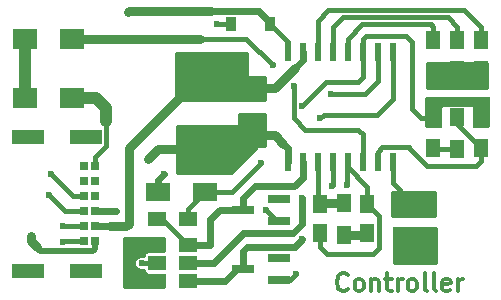
<source format=gtl>
G04 #@! TF.FileFunction,Copper,L1,Top,Mixed*
%FSLAX46Y46*%
G04 Gerber Fmt 4.6, Leading zero omitted, Abs format (unit mm)*
G04 Created by KiCad (PCBNEW 4.0.7) date 06/29/18 00:15:07*
%MOMM*%
%LPD*%
G01*
G04 APERTURE LIST*
%ADD10C,0.100000*%
%ADD11C,0.300000*%
%ADD12R,1.250000X1.500000*%
%ADD13R,0.600000X1.500000*%
%ADD14R,1.600000X2.000000*%
%ADD15R,2.000000X1.600000*%
%ADD16R,2.500000X4.000000*%
%ADD17R,1.900000X0.800000*%
%ADD18R,0.900000X1.200000*%
%ADD19R,0.800000X0.800000*%
%ADD20R,2.700000X1.200000*%
%ADD21R,1.500000X1.300000*%
%ADD22R,2.000000X1.700000*%
%ADD23R,1.300000X1.500000*%
%ADD24C,0.600000*%
%ADD25C,0.400000*%
%ADD26C,0.600000*%
%ADD27C,0.800000*%
%ADD28C,1.000000*%
%ADD29C,0.500000*%
%ADD30C,0.254000*%
%ADD31C,0.050000*%
G04 APERTURE END LIST*
D10*
D11*
X177842858Y-94735714D02*
X177771429Y-94807143D01*
X177557143Y-94878571D01*
X177414286Y-94878571D01*
X177200001Y-94807143D01*
X177057143Y-94664286D01*
X176985715Y-94521429D01*
X176914286Y-94235714D01*
X176914286Y-94021429D01*
X176985715Y-93735714D01*
X177057143Y-93592857D01*
X177200001Y-93450000D01*
X177414286Y-93378571D01*
X177557143Y-93378571D01*
X177771429Y-93450000D01*
X177842858Y-93521429D01*
X178700001Y-94878571D02*
X178557143Y-94807143D01*
X178485715Y-94735714D01*
X178414286Y-94592857D01*
X178414286Y-94164286D01*
X178485715Y-94021429D01*
X178557143Y-93950000D01*
X178700001Y-93878571D01*
X178914286Y-93878571D01*
X179057143Y-93950000D01*
X179128572Y-94021429D01*
X179200001Y-94164286D01*
X179200001Y-94592857D01*
X179128572Y-94735714D01*
X179057143Y-94807143D01*
X178914286Y-94878571D01*
X178700001Y-94878571D01*
X179842858Y-93878571D02*
X179842858Y-94878571D01*
X179842858Y-94021429D02*
X179914286Y-93950000D01*
X180057144Y-93878571D01*
X180271429Y-93878571D01*
X180414286Y-93950000D01*
X180485715Y-94092857D01*
X180485715Y-94878571D01*
X180985715Y-93878571D02*
X181557144Y-93878571D01*
X181200001Y-93378571D02*
X181200001Y-94664286D01*
X181271429Y-94807143D01*
X181414287Y-94878571D01*
X181557144Y-94878571D01*
X182057144Y-94878571D02*
X182057144Y-93878571D01*
X182057144Y-94164286D02*
X182128572Y-94021429D01*
X182200001Y-93950000D01*
X182342858Y-93878571D01*
X182485715Y-93878571D01*
X183200001Y-94878571D02*
X183057143Y-94807143D01*
X182985715Y-94735714D01*
X182914286Y-94592857D01*
X182914286Y-94164286D01*
X182985715Y-94021429D01*
X183057143Y-93950000D01*
X183200001Y-93878571D01*
X183414286Y-93878571D01*
X183557143Y-93950000D01*
X183628572Y-94021429D01*
X183700001Y-94164286D01*
X183700001Y-94592857D01*
X183628572Y-94735714D01*
X183557143Y-94807143D01*
X183414286Y-94878571D01*
X183200001Y-94878571D01*
X184557144Y-94878571D02*
X184414286Y-94807143D01*
X184342858Y-94664286D01*
X184342858Y-93378571D01*
X185342858Y-94878571D02*
X185200000Y-94807143D01*
X185128572Y-94664286D01*
X185128572Y-93378571D01*
X186485714Y-94807143D02*
X186342857Y-94878571D01*
X186057143Y-94878571D01*
X185914286Y-94807143D01*
X185842857Y-94664286D01*
X185842857Y-94092857D01*
X185914286Y-93950000D01*
X186057143Y-93878571D01*
X186342857Y-93878571D01*
X186485714Y-93950000D01*
X186557143Y-94092857D01*
X186557143Y-94235714D01*
X185842857Y-94378571D01*
X187200000Y-94878571D02*
X187200000Y-93878571D01*
X187200000Y-94164286D02*
X187271428Y-94021429D01*
X187342857Y-93950000D01*
X187485714Y-93878571D01*
X187628571Y-93878571D01*
D12*
X189100000Y-76150000D03*
X189100000Y-73650000D03*
D13*
X172755000Y-83950000D03*
X174025000Y-83950000D03*
X175295000Y-83950000D03*
X176565000Y-83950000D03*
X177835000Y-83950000D03*
X179105000Y-83950000D03*
X180375000Y-83950000D03*
X181645000Y-83950000D03*
X181645000Y-74650000D03*
X180375000Y-74650000D03*
X179105000Y-74650000D03*
X177835000Y-74650000D03*
X176565000Y-74650000D03*
X175295000Y-74650000D03*
X174025000Y-74650000D03*
X172755000Y-74650000D03*
D14*
X184512000Y-87528000D03*
X184512000Y-91528000D03*
D12*
X179500000Y-90000000D03*
X179500000Y-87500000D03*
X175500000Y-87500000D03*
X175500000Y-90000000D03*
X189100000Y-82750000D03*
X189100000Y-80250000D03*
X185100000Y-82750000D03*
X185100000Y-80250000D03*
D15*
X165750000Y-86500000D03*
X161750000Y-86500000D03*
D12*
X187100000Y-76150000D03*
X187100000Y-73650000D03*
D14*
X170200000Y-77700000D03*
X170200000Y-81700000D03*
D16*
X164600000Y-76754000D03*
X164600000Y-82854000D03*
D17*
X172000000Y-93950000D03*
X172000000Y-92050000D03*
X169000000Y-93000000D03*
X172000000Y-88950000D03*
X172000000Y-87050000D03*
X169000000Y-88000000D03*
D18*
X171250000Y-72300000D03*
X167950000Y-72300000D03*
D19*
X156480000Y-90678100D03*
X156480000Y-89408100D03*
X156480000Y-88138100D03*
X156480000Y-86868100D03*
X156480000Y-85598100D03*
X156480000Y-84328100D03*
X155500000Y-84328100D03*
X155500000Y-85598100D03*
X155500000Y-86868100D03*
X155500000Y-88138100D03*
X155500000Y-89408100D03*
X155500000Y-90678100D03*
D20*
X150760000Y-81818100D03*
X155660000Y-81818100D03*
X155660000Y-93181900D03*
X150760000Y-93181900D03*
D21*
X164350000Y-94000000D03*
X161650000Y-94000000D03*
D22*
X150500000Y-78500000D03*
X154500000Y-78500000D03*
X154500000Y-73500000D03*
X150500000Y-73500000D03*
D23*
X182226000Y-87543000D03*
X182226000Y-90243000D03*
X177500000Y-90100000D03*
X177500000Y-87400000D03*
D21*
X164350000Y-92500000D03*
X161650000Y-92500000D03*
D23*
X187100000Y-82850000D03*
X187100000Y-80150000D03*
D21*
X161650000Y-91000000D03*
X164350000Y-91000000D03*
X161650000Y-88800000D03*
X164350000Y-88800000D03*
D23*
X185100000Y-73650000D03*
X185100000Y-76350000D03*
D24*
X186200000Y-77400000D03*
X187800000Y-77400000D03*
X169000000Y-80250000D03*
X169750000Y-80250000D03*
X173500000Y-93400000D03*
X170900000Y-88000000D03*
X187000000Y-77400000D03*
X182600000Y-91800000D03*
X170500000Y-80250000D03*
X160954634Y-83654960D03*
X162250000Y-85000000D03*
X166750000Y-72250000D03*
X158181933Y-88085711D03*
X177800000Y-85900000D03*
X174000000Y-90500000D03*
X152750000Y-85000000D03*
X174000000Y-79200000D03*
X170500000Y-84000000D03*
X175500000Y-80250000D03*
X151000000Y-90250000D03*
X159250000Y-71250000D03*
X152527032Y-86750000D03*
X176400000Y-78200000D03*
X160200000Y-91000000D03*
X153727402Y-89387123D03*
X153700000Y-90700000D03*
X160400000Y-92500000D03*
X173250000Y-77500000D03*
X171500000Y-75750000D03*
X176500000Y-86000000D03*
X174000000Y-87000000D03*
D25*
X182226000Y-86326000D02*
X181645000Y-85745000D01*
X181645000Y-85745000D02*
X181645000Y-83950000D01*
X182226000Y-87543000D02*
X182226000Y-86326000D01*
X184512000Y-87528000D02*
X182241000Y-87528000D01*
X182241000Y-87528000D02*
X182226000Y-87543000D01*
X172000000Y-93950000D02*
X172950000Y-93950000D01*
X172950000Y-93950000D02*
X173500000Y-93400000D01*
X172000000Y-88950000D02*
X171850000Y-88950000D01*
X171850000Y-88950000D02*
X170900000Y-88000000D01*
D26*
X172355000Y-82400000D02*
X172755000Y-82800000D01*
D27*
X171655000Y-81700000D02*
X172355000Y-82400000D01*
X170200000Y-81700000D02*
X171655000Y-81700000D01*
D26*
X187100000Y-77300000D02*
X187000000Y-77400000D01*
X187100000Y-76150000D02*
X187100000Y-77300000D01*
X187245235Y-76295235D02*
X187245235Y-76791343D01*
D28*
X182226000Y-90243000D02*
X182226000Y-91426000D01*
X182226000Y-91426000D02*
X182600000Y-91800000D01*
D25*
X170200000Y-81700000D02*
X170200000Y-80550000D01*
X170200000Y-80550000D02*
X170500000Y-80250000D01*
D26*
X172755000Y-83950000D02*
X172755000Y-82800000D01*
D27*
X161254633Y-83354961D02*
X160954634Y-83654960D01*
X161755594Y-82854000D02*
X161254633Y-83354961D01*
X164600000Y-82854000D02*
X161755594Y-82854000D01*
D26*
X161750000Y-86500000D02*
X161750000Y-85500000D01*
X161750000Y-85500000D02*
X162250000Y-85000000D01*
D25*
X184512000Y-91528000D02*
X183972000Y-91528000D01*
X183972000Y-91528000D02*
X183250000Y-92250000D01*
X182226000Y-90243000D02*
X182226000Y-91476000D01*
X182226000Y-91476000D02*
X182250000Y-91500000D01*
X167950000Y-72300000D02*
X166800000Y-72300000D01*
X166800000Y-72300000D02*
X166750000Y-72250000D01*
D27*
X164600000Y-82854000D02*
X169046000Y-82854000D01*
X169046000Y-82854000D02*
X170200000Y-81700000D01*
D26*
X156480000Y-88138100D02*
X158129544Y-88138100D01*
X158129544Y-88138100D02*
X158181933Y-88085711D01*
D27*
X177500000Y-90100000D02*
X179400000Y-90100000D01*
X179400000Y-90100000D02*
X179500000Y-90000000D01*
D25*
X179500000Y-87500000D02*
X179500000Y-86065000D01*
X179500000Y-86065000D02*
X177835000Y-84400000D01*
X177835000Y-84400000D02*
X177835000Y-83950000D01*
X177800000Y-85900000D02*
X177800000Y-83985000D01*
X177800000Y-83985000D02*
X177835000Y-83950000D01*
D26*
X173350001Y-91149999D02*
X174000000Y-90500000D01*
X169000000Y-91500000D02*
X169350001Y-91149999D01*
X169350001Y-91149999D02*
X173350001Y-91149999D01*
X169000000Y-93000000D02*
X169000000Y-91500000D01*
X164350000Y-94000000D02*
X167450000Y-94000000D01*
X167450000Y-94000000D02*
X168450000Y-93000000D01*
X168450000Y-93000000D02*
X169000000Y-93000000D01*
D25*
X175500000Y-90000000D02*
X175500000Y-91150000D01*
X175500000Y-91150000D02*
X176100000Y-91750000D01*
X180525001Y-91224999D02*
X180525000Y-88525000D01*
X180000000Y-91750000D02*
X180525001Y-91224999D01*
X176100000Y-91750000D02*
X180000000Y-91750000D01*
X180525000Y-88525000D02*
X179500000Y-87500000D01*
X179500000Y-87375000D02*
X179500000Y-87500000D01*
D27*
X177500000Y-87400000D02*
X175600000Y-87400000D01*
X175600000Y-87400000D02*
X175500000Y-87500000D01*
D25*
X175295000Y-83950000D02*
X175295000Y-87295000D01*
X175295000Y-87295000D02*
X175500000Y-87500000D01*
X180375000Y-83950000D02*
X180375000Y-83100000D01*
X183000000Y-82700000D02*
X180775000Y-82700000D01*
X180775000Y-82700000D02*
X180375000Y-83100000D01*
X183000000Y-82700000D02*
X183000000Y-82745002D01*
X183000000Y-82745002D02*
X184554998Y-84300000D01*
X184554998Y-84300000D02*
X188700000Y-84300000D01*
X189100000Y-82750000D02*
X189100000Y-83900000D01*
X189100000Y-83900000D02*
X188700000Y-84300000D01*
X189100000Y-82750000D02*
X187100000Y-80750000D01*
X187100000Y-80750000D02*
X187100000Y-80150000D01*
X182750000Y-73250000D02*
X183300000Y-73800000D01*
X185100000Y-80250000D02*
X184075000Y-80250000D01*
X184075000Y-80250000D02*
X183300000Y-79475000D01*
X183300000Y-79475000D02*
X183300000Y-73800000D01*
X152750000Y-85000000D02*
X154618100Y-86868100D01*
X154618100Y-86868100D02*
X155500000Y-86868100D01*
X178700000Y-77200000D02*
X176000000Y-77200000D01*
X176000000Y-77200000D02*
X174000000Y-79200000D01*
X179105000Y-76795000D02*
X178700000Y-77200000D01*
X179105000Y-74650000D02*
X179105000Y-76795000D01*
X179355000Y-73250000D02*
X182750000Y-73250000D01*
X179105000Y-74650000D02*
X179105000Y-73500000D01*
X179105000Y-73500000D02*
X179355000Y-73250000D01*
X187100000Y-82850000D02*
X185200000Y-82850000D01*
X185200000Y-82850000D02*
X185100000Y-82750000D01*
X168000000Y-86500000D02*
X170500000Y-84000000D01*
X165750000Y-86500000D02*
X168000000Y-86500000D01*
X180299999Y-79950001D02*
X181645000Y-78605000D01*
X181645000Y-78605000D02*
X181645000Y-74650000D01*
X175500000Y-80250000D02*
X175799999Y-79950001D01*
X175799999Y-79950001D02*
X180299999Y-79950001D01*
X164350000Y-88800000D02*
X164350000Y-87900000D01*
X164350000Y-87900000D02*
X165750000Y-86500000D01*
X177400000Y-71700000D02*
X176565000Y-72535000D01*
X176565000Y-72535000D02*
X176565000Y-74650000D01*
X186300000Y-71700000D02*
X177400000Y-71700000D01*
X187100000Y-73650000D02*
X187100000Y-72500000D01*
X187100000Y-72500000D02*
X186300000Y-71700000D01*
X176200000Y-71100000D02*
X175295000Y-72005000D01*
X175295000Y-72005000D02*
X175295000Y-74650000D01*
X187700000Y-71100000D02*
X176200000Y-71100000D01*
X189100000Y-73650000D02*
X189100000Y-72500000D01*
X189100000Y-72500000D02*
X187700000Y-71100000D01*
D27*
X173400000Y-75955002D02*
X171655002Y-77700000D01*
X171655002Y-77700000D02*
X171200000Y-77700000D01*
X171200000Y-77700000D02*
X170200000Y-77700000D01*
D26*
X174025000Y-75330002D02*
X173400000Y-75955002D01*
X174025000Y-74650000D02*
X174025000Y-75330002D01*
D27*
X159298350Y-82805650D02*
X164600000Y-77504000D01*
X157750000Y-89408100D02*
X159091900Y-89408100D01*
X159091900Y-89408100D02*
X159298350Y-89201650D01*
X159298350Y-89201650D02*
X159298350Y-82805650D01*
D26*
X156480000Y-89408100D02*
X157750000Y-89408100D01*
X169000000Y-88000000D02*
X169000000Y-87000000D01*
X169000000Y-87000000D02*
X170000000Y-86000000D01*
X170000000Y-86000000D02*
X173325000Y-86000000D01*
X174025000Y-85300000D02*
X174025000Y-83950000D01*
X173325000Y-86000000D02*
X174025000Y-85300000D01*
X166200000Y-88800000D02*
X167000000Y-88000000D01*
X167000000Y-88000000D02*
X169000000Y-88000000D01*
X166200000Y-91000000D02*
X166200000Y-88800000D01*
X164350000Y-91000000D02*
X166200000Y-91000000D01*
D25*
X161650000Y-88800000D02*
X162150000Y-88800000D01*
X162150000Y-88800000D02*
X164350000Y-91000000D01*
D27*
X151000000Y-90674264D02*
X151500000Y-91174264D01*
D29*
X151825736Y-91500000D02*
X151500000Y-91174264D01*
X156480000Y-90678100D02*
X156480000Y-91308102D01*
X156480000Y-91308102D02*
X156260001Y-91528101D01*
X156260001Y-91528101D02*
X151853837Y-91528101D01*
X151853837Y-91528101D02*
X151825736Y-91500000D01*
D27*
X151000000Y-90250000D02*
X151000000Y-90674264D01*
X166250000Y-71200000D02*
X159300000Y-71200000D01*
X159300000Y-71200000D02*
X159250000Y-71250000D01*
D25*
X163800000Y-71200000D02*
X166250000Y-71200000D01*
D26*
X170300000Y-71200000D02*
X166250000Y-71200000D01*
X171250000Y-72300000D02*
X171250000Y-72150000D01*
X171250000Y-72150000D02*
X170300000Y-71200000D01*
D25*
X172755000Y-74650000D02*
X172755000Y-73805000D01*
X172755000Y-73805000D02*
X171250000Y-72300000D01*
X157410001Y-82598099D02*
X157410001Y-80518099D01*
D28*
X154500000Y-78500000D02*
X156500000Y-78500000D01*
X156500000Y-78500000D02*
X157410001Y-79410001D01*
X157410001Y-79410001D02*
X157410001Y-80518099D01*
D25*
X156480000Y-84328100D02*
X156480000Y-83528100D01*
X156480000Y-83528100D02*
X157410001Y-82598099D01*
X153915132Y-88138100D02*
X152527032Y-86750000D01*
X155500000Y-88138100D02*
X153915132Y-88138100D01*
X179300000Y-78200000D02*
X180375000Y-77125000D01*
X180375000Y-77125000D02*
X180375000Y-74650000D01*
X176400000Y-78200000D02*
X179300000Y-78200000D01*
X180375000Y-74650000D02*
X180375000Y-75100000D01*
X153748379Y-89408100D02*
X153727402Y-89387123D01*
X155500000Y-89408100D02*
X153748379Y-89408100D01*
X155500000Y-90678100D02*
X153721900Y-90678100D01*
X153721900Y-90678100D02*
X153700000Y-90700000D01*
X161650000Y-92500000D02*
X160400000Y-92500000D01*
D28*
X150500000Y-73500000D02*
X150500000Y-78500000D01*
D25*
X165300000Y-73500000D02*
X169250000Y-73500000D01*
D27*
X154500000Y-73500000D02*
X165300000Y-73500000D01*
D25*
X169250000Y-73500000D02*
X171500000Y-75750000D01*
X178750000Y-81250000D02*
X179105000Y-81605000D01*
X174250000Y-81250000D02*
X178750000Y-81250000D01*
X179105000Y-81605000D02*
X179105000Y-83950000D01*
X173250000Y-77500000D02*
X173250000Y-80250000D01*
X173250000Y-80250000D02*
X174250000Y-81250000D01*
D26*
X164350000Y-92500000D02*
X166500000Y-92500000D01*
X169000000Y-90000000D02*
X173200002Y-90000000D01*
X166500000Y-92500000D02*
X169000000Y-90000000D01*
X173200002Y-90000000D02*
X174000000Y-89200002D01*
X174000000Y-89200002D02*
X174000000Y-87000000D01*
D25*
X176565000Y-83950000D02*
X176565000Y-85935000D01*
X176565000Y-85935000D02*
X176500000Y-86000000D01*
X177835000Y-74650000D02*
X177835000Y-73500000D01*
X177835000Y-73500000D02*
X179035000Y-72300000D01*
X179035000Y-72300000D02*
X184900000Y-72300000D01*
X184900000Y-72300000D02*
X185100000Y-72500000D01*
X185100000Y-72500000D02*
X185100000Y-73650000D01*
D30*
G36*
X170873000Y-82623000D02*
X170250000Y-82623000D01*
X170200590Y-82633006D01*
X170160197Y-82660197D01*
X167947394Y-84873000D01*
X163377000Y-84873000D01*
X163377000Y-80877000D01*
X168500000Y-80877000D01*
X168549410Y-80866994D01*
X168591035Y-80838553D01*
X168618315Y-80796159D01*
X168627000Y-80750000D01*
X168627000Y-79877000D01*
X170873000Y-79877000D01*
X170873000Y-82623000D01*
X170873000Y-82623000D01*
G37*
X170873000Y-82623000D02*
X170250000Y-82623000D01*
X170200590Y-82633006D01*
X170160197Y-82660197D01*
X167947394Y-84873000D01*
X163377000Y-84873000D01*
X163377000Y-80877000D01*
X168500000Y-80877000D01*
X168549410Y-80866994D01*
X168591035Y-80838553D01*
X168618315Y-80796159D01*
X168627000Y-80750000D01*
X168627000Y-79877000D01*
X170873000Y-79877000D01*
X170873000Y-82623000D01*
G36*
X185273000Y-92473000D02*
X181727000Y-92473000D01*
X181727000Y-89527000D01*
X185273000Y-89527000D01*
X185273000Y-92473000D01*
X185273000Y-92473000D01*
G37*
X185273000Y-92473000D02*
X181727000Y-92473000D01*
X181727000Y-89527000D01*
X185273000Y-89527000D01*
X185273000Y-92473000D01*
G36*
X189673000Y-77673000D02*
X184527000Y-77673000D01*
X184527000Y-75527000D01*
X189673000Y-75527000D01*
X189673000Y-77673000D01*
X189673000Y-77673000D01*
G37*
X189673000Y-77673000D02*
X184527000Y-77673000D01*
X184527000Y-75527000D01*
X189673000Y-75527000D01*
X189673000Y-77673000D01*
G36*
X169273000Y-76600000D02*
X169283006Y-76649410D01*
X169311447Y-76691035D01*
X169353841Y-76718315D01*
X169400000Y-76727000D01*
X170873000Y-76727000D01*
X170873000Y-78673000D01*
X163327000Y-78673000D01*
X163327000Y-74727000D01*
X169273000Y-74727000D01*
X169273000Y-76600000D01*
X169273000Y-76600000D01*
G37*
X169273000Y-76600000D02*
X169283006Y-76649410D01*
X169311447Y-76691035D01*
X169353841Y-76718315D01*
X169400000Y-76727000D01*
X170873000Y-76727000D01*
X170873000Y-78673000D01*
X163327000Y-78673000D01*
X163327000Y-74727000D01*
X169273000Y-74727000D01*
X169273000Y-76600000D01*
G36*
X162273000Y-91516594D02*
X160900000Y-91516594D01*
X160778821Y-91539395D01*
X160667526Y-91611012D01*
X160592862Y-91720286D01*
X160566594Y-91850000D01*
X160566594Y-91890270D01*
X160525265Y-91873109D01*
X160275829Y-91872891D01*
X160045297Y-91968145D01*
X159868765Y-92144369D01*
X159773109Y-92374735D01*
X159772891Y-92624171D01*
X159868145Y-92854703D01*
X160044369Y-93031235D01*
X160274735Y-93126891D01*
X160524171Y-93127109D01*
X160566594Y-93109580D01*
X160566594Y-93150000D01*
X160589395Y-93271179D01*
X160661012Y-93382474D01*
X160770286Y-93457138D01*
X160900000Y-93483406D01*
X162273000Y-93483406D01*
X162273000Y-94573000D01*
X158927000Y-94573000D01*
X158927000Y-90427000D01*
X162273000Y-90427000D01*
X162273000Y-91516594D01*
X162273000Y-91516594D01*
G37*
X162273000Y-91516594D02*
X160900000Y-91516594D01*
X160778821Y-91539395D01*
X160667526Y-91611012D01*
X160592862Y-91720286D01*
X160566594Y-91850000D01*
X160566594Y-91890270D01*
X160525265Y-91873109D01*
X160275829Y-91872891D01*
X160045297Y-91968145D01*
X159868765Y-92144369D01*
X159773109Y-92374735D01*
X159772891Y-92624171D01*
X159868145Y-92854703D01*
X160044369Y-93031235D01*
X160274735Y-93126891D01*
X160524171Y-93127109D01*
X160566594Y-93109580D01*
X160566594Y-93150000D01*
X160589395Y-93271179D01*
X160661012Y-93382474D01*
X160770286Y-93457138D01*
X160900000Y-93483406D01*
X162273000Y-93483406D01*
X162273000Y-94573000D01*
X158927000Y-94573000D01*
X158927000Y-90427000D01*
X162273000Y-90427000D01*
X162273000Y-91516594D01*
D31*
G36*
X189728514Y-78431162D02*
X189752687Y-78447313D01*
X189768838Y-78471486D01*
X189775000Y-78502464D01*
X189775000Y-80897536D01*
X189768838Y-80928514D01*
X189752687Y-80952687D01*
X189728514Y-80968838D01*
X189697536Y-80975000D01*
X188502464Y-80975000D01*
X188471486Y-80968838D01*
X188447313Y-80952687D01*
X188431162Y-80928514D01*
X188425000Y-80897536D01*
X188425000Y-79300000D01*
X188424520Y-79295123D01*
X188416908Y-79256855D01*
X188413175Y-79247843D01*
X188391498Y-79215400D01*
X188384600Y-79208502D01*
X188352157Y-79186825D01*
X188343145Y-79183092D01*
X188304877Y-79175480D01*
X188300000Y-79175000D01*
X187771768Y-79175000D01*
X187750000Y-79170592D01*
X186450000Y-79170592D01*
X186426573Y-79175000D01*
X185900000Y-79175000D01*
X185895123Y-79175480D01*
X185856855Y-79183092D01*
X185847843Y-79186825D01*
X185815400Y-79208502D01*
X185808502Y-79215400D01*
X185786825Y-79247843D01*
X185783092Y-79256855D01*
X185775480Y-79295123D01*
X185775000Y-79300000D01*
X185775000Y-80897536D01*
X185768838Y-80928514D01*
X185752687Y-80952687D01*
X185728514Y-80968838D01*
X185697536Y-80975000D01*
X184502464Y-80975000D01*
X184471486Y-80968838D01*
X184447313Y-80952687D01*
X184431162Y-80928514D01*
X184425000Y-80897536D01*
X184425000Y-78502464D01*
X184431162Y-78471486D01*
X184447313Y-78447313D01*
X184471486Y-78431162D01*
X184502464Y-78425000D01*
X189697536Y-78425000D01*
X189728514Y-78431162D01*
X189728514Y-78431162D01*
G37*
X189728514Y-78431162D02*
X189752687Y-78447313D01*
X189768838Y-78471486D01*
X189775000Y-78502464D01*
X189775000Y-80897536D01*
X189768838Y-80928514D01*
X189752687Y-80952687D01*
X189728514Y-80968838D01*
X189697536Y-80975000D01*
X188502464Y-80975000D01*
X188471486Y-80968838D01*
X188447313Y-80952687D01*
X188431162Y-80928514D01*
X188425000Y-80897536D01*
X188425000Y-79300000D01*
X188424520Y-79295123D01*
X188416908Y-79256855D01*
X188413175Y-79247843D01*
X188391498Y-79215400D01*
X188384600Y-79208502D01*
X188352157Y-79186825D01*
X188343145Y-79183092D01*
X188304877Y-79175480D01*
X188300000Y-79175000D01*
X187771768Y-79175000D01*
X187750000Y-79170592D01*
X186450000Y-79170592D01*
X186426573Y-79175000D01*
X185900000Y-79175000D01*
X185895123Y-79175480D01*
X185856855Y-79183092D01*
X185847843Y-79186825D01*
X185815400Y-79208502D01*
X185808502Y-79215400D01*
X185786825Y-79247843D01*
X185783092Y-79256855D01*
X185775480Y-79295123D01*
X185775000Y-79300000D01*
X185775000Y-80897536D01*
X185768838Y-80928514D01*
X185752687Y-80952687D01*
X185728514Y-80968838D01*
X185697536Y-80975000D01*
X184502464Y-80975000D01*
X184471486Y-80968838D01*
X184447313Y-80952687D01*
X184431162Y-80928514D01*
X184425000Y-80897536D01*
X184425000Y-78502464D01*
X184431162Y-78471486D01*
X184447313Y-78447313D01*
X184471486Y-78431162D01*
X184502464Y-78425000D01*
X189697536Y-78425000D01*
X189728514Y-78431162D01*
G36*
X185228514Y-86431162D02*
X185252687Y-86447313D01*
X185268838Y-86471486D01*
X185275000Y-86502464D01*
X185275000Y-88497536D01*
X185268838Y-88528514D01*
X185252687Y-88552687D01*
X185228514Y-88568838D01*
X185197536Y-88575000D01*
X181602464Y-88575000D01*
X181571486Y-88568838D01*
X181547313Y-88552687D01*
X181531162Y-88528514D01*
X181525000Y-88497536D01*
X181525000Y-86502464D01*
X181531162Y-86471486D01*
X181547313Y-86447313D01*
X181571486Y-86431162D01*
X181602464Y-86425000D01*
X185197536Y-86425000D01*
X185228514Y-86431162D01*
X185228514Y-86431162D01*
G37*
X185228514Y-86431162D02*
X185252687Y-86447313D01*
X185268838Y-86471486D01*
X185275000Y-86502464D01*
X185275000Y-88497536D01*
X185268838Y-88528514D01*
X185252687Y-88552687D01*
X185228514Y-88568838D01*
X185197536Y-88575000D01*
X181602464Y-88575000D01*
X181571486Y-88568838D01*
X181547313Y-88552687D01*
X181531162Y-88528514D01*
X181525000Y-88497536D01*
X181525000Y-86502464D01*
X181531162Y-86471486D01*
X181547313Y-86447313D01*
X181571486Y-86431162D01*
X181602464Y-86425000D01*
X185197536Y-86425000D01*
X185228514Y-86431162D01*
M02*

</source>
